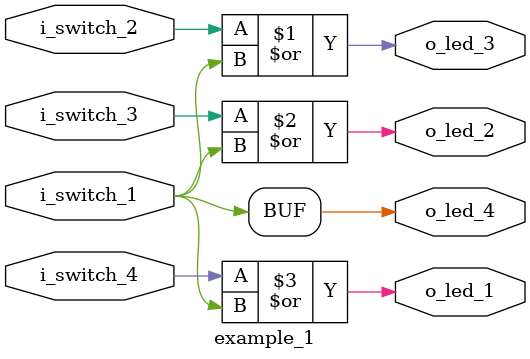
<source format=v>
module example_1
(
	input i_switch_1,
	input i_switch_2,
	input i_switch_3,
	input i_switch_4,
	output o_led_1,
	output o_led_2,
	output o_led_3,
	output o_led_4
);

assign	o_led_4 = i_switch_1;
assign	o_led_3 = i_switch_2 | i_switch_1;
assign	o_led_2 = i_switch_3 | i_switch_1;
assign	o_led_1 = i_switch_4 | i_switch_1;

endmodule

</source>
